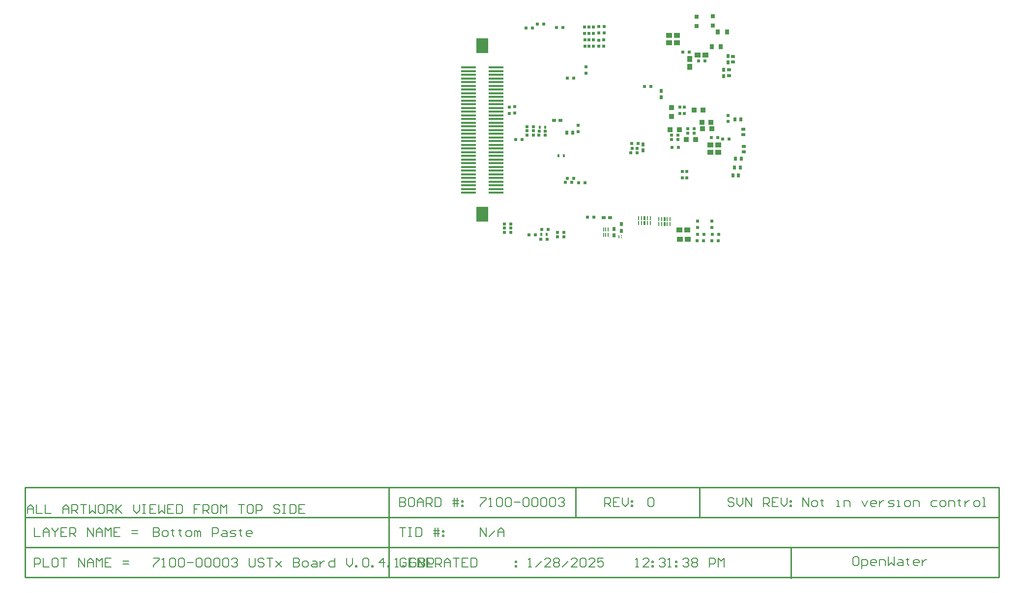
<source format=gbp>
G04*
G04 #@! TF.GenerationSoftware,Altium Limited,Altium Designer,24.3.1 (35)*
G04*
G04 Layer_Color=128*
%FSAX25Y25*%
%MOIN*%
G70*
G04*
G04 #@! TF.SameCoordinates,9BAF8AC8-72E2-4161-A934-73288D8D8D4B*
G04*
G04*
G04 #@! TF.FilePolarity,Positive*
G04*
G01*
G75*
%ADD11C,0.01000*%
%ADD20C,0.00800*%
%ADD32R,0.02000X0.02600*%
%ADD40R,0.02000X0.02400*%
%ADD43R,0.03600X0.03700*%
%ADD46R,0.02200X0.02000*%
%ADD49R,0.03740X0.04432*%
%ADD50R,0.04432X0.03740*%
%ADD51R,0.02400X0.02000*%
%ADD53R,0.02600X0.02000*%
%ADD56R,0.03700X0.03600*%
%ADD57R,0.01800X0.02200*%
%ADD58R,0.02283X0.02598*%
%ADD59R,0.02283X0.02598*%
%ADD60R,0.02200X0.02200*%
%ADD61R,0.03150X0.02975*%
%ADD102R,0.09843X0.01378*%
%ADD103R,0.07874X0.09843*%
%ADD104R,0.00800X0.02800*%
%ADD105R,0.01772X0.02800*%
%ADD106R,0.01063X0.00669*%
%ADD107R,0.00669X0.02047*%
%ADD108R,0.00800X0.03000*%
%ADD109R,0.03000X0.03200*%
%ADD110R,0.02598X0.02283*%
%ADD111R,0.02598X0.02283*%
%ADD112R,0.02200X0.02800*%
G54D11*
X0497200Y0080717D02*
Y0101050D01*
X0413200Y0080717D02*
Y0101050D01*
X0040000Y0080717D02*
X0700200D01*
X0040000Y0060383D02*
X0700000D01*
X0040000Y0040050D02*
X0440500D01*
X0040050Y0101050D02*
X0700200D01*
X0040050Y0040050D02*
Y0101050D01*
Y0040050D02*
X0197600D01*
X0040000D02*
Y0101050D01*
X0286500Y0040050D02*
Y0101050D01*
X0700200Y0040050D02*
Y0101050D01*
X0440500Y0040050D02*
X0700200D01*
X0559400Y0039400D02*
Y0059683D01*
G54D20*
X0126900Y0073549D02*
Y0067551D01*
X0129899D01*
X0130899Y0068550D01*
Y0069550D01*
X0129899Y0070550D01*
X0126900D01*
X0129899D01*
X0130899Y0071549D01*
Y0072549D01*
X0129899Y0073549D01*
X0126900D01*
X0133898Y0067551D02*
X0135897D01*
X0136897Y0068550D01*
Y0070550D01*
X0135897Y0071549D01*
X0133898D01*
X0132898Y0070550D01*
Y0068550D01*
X0133898Y0067551D01*
X0139896Y0072549D02*
Y0071549D01*
X0138896D01*
X0140895D01*
X0139896D01*
Y0068550D01*
X0140895Y0067551D01*
X0144894Y0072549D02*
Y0071549D01*
X0143895D01*
X0145894D01*
X0144894D01*
Y0068550D01*
X0145894Y0067551D01*
X0149893D02*
X0151892D01*
X0152892Y0068550D01*
Y0070550D01*
X0151892Y0071549D01*
X0149893D01*
X0148893Y0070550D01*
Y0068550D01*
X0149893Y0067551D01*
X0154891D02*
Y0071549D01*
X0155891D01*
X0156890Y0070550D01*
Y0067551D01*
Y0070550D01*
X0157890Y0071549D01*
X0158890Y0070550D01*
Y0067551D01*
X0166887D02*
Y0073549D01*
X0169886D01*
X0170886Y0072549D01*
Y0070550D01*
X0169886Y0069550D01*
X0166887D01*
X0173885Y0071549D02*
X0175884D01*
X0176884Y0070550D01*
Y0067551D01*
X0173885D01*
X0172885Y0068550D01*
X0173885Y0069550D01*
X0176884D01*
X0178883Y0067551D02*
X0181882D01*
X0182882Y0068550D01*
X0181882Y0069550D01*
X0179883D01*
X0178883Y0070550D01*
X0179883Y0071549D01*
X0182882D01*
X0185881Y0072549D02*
Y0071549D01*
X0184881D01*
X0186881D01*
X0185881D01*
Y0068550D01*
X0186881Y0067551D01*
X0192879D02*
X0190879D01*
X0189880Y0068550D01*
Y0070550D01*
X0190879Y0071549D01*
X0192879D01*
X0193878Y0070550D01*
Y0069550D01*
X0189880D01*
X0567400Y0087833D02*
Y0093831D01*
X0571399Y0087833D01*
Y0093831D01*
X0574398Y0087833D02*
X0576397D01*
X0577397Y0088833D01*
Y0090832D01*
X0576397Y0091832D01*
X0574398D01*
X0573398Y0090832D01*
Y0088833D01*
X0574398Y0087833D01*
X0580396Y0092832D02*
Y0091832D01*
X0579396D01*
X0581395D01*
X0580396D01*
Y0088833D01*
X0581395Y0087833D01*
X0590393D02*
X0592392D01*
X0591392D01*
Y0091832D01*
X0590393D01*
X0595391Y0087833D02*
Y0091832D01*
X0598390D01*
X0599390Y0090832D01*
Y0087833D01*
X0607387Y0091832D02*
X0609386Y0087833D01*
X0611386Y0091832D01*
X0616384Y0087833D02*
X0614385D01*
X0613385Y0088833D01*
Y0090832D01*
X0614385Y0091832D01*
X0616384D01*
X0617384Y0090832D01*
Y0089833D01*
X0613385D01*
X0619383Y0091832D02*
Y0087833D01*
Y0089833D01*
X0620383Y0090832D01*
X0621383Y0091832D01*
X0622382D01*
X0625381Y0087833D02*
X0628380D01*
X0629380Y0088833D01*
X0628380Y0089833D01*
X0626381D01*
X0625381Y0090832D01*
X0626381Y0091832D01*
X0629380D01*
X0631379Y0087833D02*
X0633379D01*
X0632379D01*
Y0091832D01*
X0631379D01*
X0637377Y0087833D02*
X0639377D01*
X0640376Y0088833D01*
Y0090832D01*
X0639377Y0091832D01*
X0637377D01*
X0636378Y0090832D01*
Y0088833D01*
X0637377Y0087833D01*
X0642376D02*
Y0091832D01*
X0645375D01*
X0646374Y0090832D01*
Y0087833D01*
X0658371Y0091832D02*
X0655372D01*
X0654372Y0090832D01*
Y0088833D01*
X0655372Y0087833D01*
X0658371D01*
X0661370D02*
X0663369D01*
X0664369Y0088833D01*
Y0090832D01*
X0663369Y0091832D01*
X0661370D01*
X0660370Y0090832D01*
Y0088833D01*
X0661370Y0087833D01*
X0666368D02*
Y0091832D01*
X0669367D01*
X0670367Y0090832D01*
Y0087833D01*
X0673366Y0092832D02*
Y0091832D01*
X0672366D01*
X0674365D01*
X0673366D01*
Y0088833D01*
X0674365Y0087833D01*
X0677364Y0091832D02*
Y0087833D01*
Y0089833D01*
X0678364Y0090832D01*
X0679364Y0091832D01*
X0680364D01*
X0684362Y0087833D02*
X0686362D01*
X0687361Y0088833D01*
Y0090832D01*
X0686362Y0091832D01*
X0684362D01*
X0683362Y0090832D01*
Y0088833D01*
X0684362Y0087833D01*
X0689361D02*
X0691360D01*
X0690360D01*
Y0093831D01*
X0689361D01*
X0520799Y0092832D02*
X0519799Y0093831D01*
X0517800D01*
X0516800Y0092832D01*
Y0091832D01*
X0517800Y0090832D01*
X0519799D01*
X0520799Y0089833D01*
Y0088833D01*
X0519799Y0087833D01*
X0517800D01*
X0516800Y0088833D01*
X0522798Y0093831D02*
Y0089833D01*
X0524797Y0087833D01*
X0526797Y0089833D01*
Y0093831D01*
X0528796Y0087833D02*
Y0093831D01*
X0532795Y0087833D01*
Y0093831D01*
X0540792Y0087833D02*
Y0093831D01*
X0543791D01*
X0544791Y0092832D01*
Y0090832D01*
X0543791Y0089833D01*
X0540792D01*
X0542792D02*
X0544791Y0087833D01*
X0550789Y0093831D02*
X0546790D01*
Y0087833D01*
X0550789D01*
X0546790Y0090832D02*
X0548790D01*
X0552788Y0093831D02*
Y0089833D01*
X0554788Y0087833D01*
X0556787Y0089833D01*
Y0093831D01*
X0558786Y0091832D02*
X0559786D01*
Y0090832D01*
X0558786D01*
Y0091832D01*
Y0088833D02*
X0559786D01*
Y0087833D01*
X0558786D01*
Y0088833D01*
X0433000Y0087833D02*
Y0093831D01*
X0435999D01*
X0436999Y0092832D01*
Y0090832D01*
X0435999Y0089833D01*
X0433000D01*
X0434999D02*
X0436999Y0087833D01*
X0442997Y0093831D02*
X0438998D01*
Y0087833D01*
X0442997D01*
X0438998Y0090832D02*
X0440997D01*
X0444996Y0093831D02*
Y0089833D01*
X0446995Y0087833D01*
X0448995Y0089833D01*
Y0093831D01*
X0450994Y0091832D02*
X0451994D01*
Y0090832D01*
X0450994D01*
Y0091832D01*
Y0088833D02*
X0451994D01*
Y0087833D01*
X0450994D01*
Y0088833D01*
X0126900Y0052965D02*
X0130899D01*
Y0051965D01*
X0126900Y0047966D01*
Y0046966D01*
X0132898D02*
X0134897D01*
X0133898D01*
Y0052965D01*
X0132898Y0051965D01*
X0137896D02*
X0138896Y0052965D01*
X0140895D01*
X0141895Y0051965D01*
Y0047966D01*
X0140895Y0046966D01*
X0138896D01*
X0137896Y0047966D01*
Y0051965D01*
X0143895D02*
X0144894Y0052965D01*
X0146894D01*
X0147893Y0051965D01*
Y0047966D01*
X0146894Y0046966D01*
X0144894D01*
X0143895Y0047966D01*
Y0051965D01*
X0149893Y0049966D02*
X0153891D01*
X0155891Y0051965D02*
X0156890Y0052965D01*
X0158890D01*
X0159889Y0051965D01*
Y0047966D01*
X0158890Y0046966D01*
X0156890D01*
X0155891Y0047966D01*
Y0051965D01*
X0161889D02*
X0162888Y0052965D01*
X0164888D01*
X0165887Y0051965D01*
Y0047966D01*
X0164888Y0046966D01*
X0162888D01*
X0161889Y0047966D01*
Y0051965D01*
X0167887D02*
X0168886Y0052965D01*
X0170886D01*
X0171885Y0051965D01*
Y0047966D01*
X0170886Y0046966D01*
X0168886D01*
X0167887Y0047966D01*
Y0051965D01*
X0173885D02*
X0174884Y0052965D01*
X0176884D01*
X0177884Y0051965D01*
Y0047966D01*
X0176884Y0046966D01*
X0174884D01*
X0173885Y0047966D01*
Y0051965D01*
X0179883D02*
X0180883Y0052965D01*
X0182882D01*
X0183882Y0051965D01*
Y0050965D01*
X0182882Y0049966D01*
X0181882D01*
X0182882D01*
X0183882Y0048966D01*
Y0047966D01*
X0182882Y0046966D01*
X0180883D01*
X0179883Y0047966D01*
X0191879Y0052965D02*
Y0047966D01*
X0192879Y0046966D01*
X0194878D01*
X0195878Y0047966D01*
Y0052965D01*
X0201876Y0051965D02*
X0200876Y0052965D01*
X0198877D01*
X0197877Y0051965D01*
Y0050965D01*
X0198877Y0049966D01*
X0200876D01*
X0201876Y0048966D01*
Y0047966D01*
X0200876Y0046966D01*
X0198877D01*
X0197877Y0047966D01*
X0203875Y0052965D02*
X0207874D01*
X0205874D01*
Y0046966D01*
X0209873Y0050965D02*
X0213872Y0046966D01*
X0211873Y0048966D01*
X0213872Y0050965D01*
X0209873Y0046966D01*
X0221869Y0052965D02*
Y0046966D01*
X0224868D01*
X0225868Y0047966D01*
Y0048966D01*
X0224868Y0049966D01*
X0221869D01*
X0224868D01*
X0225868Y0050965D01*
Y0051965D01*
X0224868Y0052965D01*
X0221869D01*
X0228867Y0046966D02*
X0230866D01*
X0231866Y0047966D01*
Y0049966D01*
X0230866Y0050965D01*
X0228867D01*
X0227867Y0049966D01*
Y0047966D01*
X0228867Y0046966D01*
X0234865Y0050965D02*
X0236864D01*
X0237864Y0049966D01*
Y0046966D01*
X0234865D01*
X0233865Y0047966D01*
X0234865Y0048966D01*
X0237864D01*
X0239863Y0050965D02*
Y0046966D01*
Y0048966D01*
X0240863Y0049966D01*
X0241863Y0050965D01*
X0242863D01*
X0249860Y0052965D02*
Y0046966D01*
X0246861D01*
X0245862Y0047966D01*
Y0049966D01*
X0246861Y0050965D01*
X0249860D01*
X0257858Y0052965D02*
Y0048966D01*
X0259857Y0046966D01*
X0261856Y0048966D01*
Y0052965D01*
X0263856Y0046966D02*
Y0047966D01*
X0264855D01*
Y0046966D01*
X0263856D01*
X0268854Y0051965D02*
X0269854Y0052965D01*
X0271853D01*
X0272853Y0051965D01*
Y0047966D01*
X0271853Y0046966D01*
X0269854D01*
X0268854Y0047966D01*
Y0051965D01*
X0274852Y0046966D02*
Y0047966D01*
X0275852D01*
Y0046966D01*
X0274852D01*
X0282850D02*
Y0052965D01*
X0279851Y0049966D01*
X0283849D01*
X0285849Y0046966D02*
Y0047966D01*
X0286848D01*
Y0046966D01*
X0285849D01*
X0290847D02*
X0292846D01*
X0291847D01*
Y0052965D01*
X0290847Y0051965D01*
X0295845Y0046966D02*
Y0047966D01*
X0296845D01*
Y0046966D01*
X0295845D01*
X0304842Y0051965D02*
X0303843Y0052965D01*
X0301843D01*
X0300844Y0051965D01*
Y0047966D01*
X0301843Y0046966D01*
X0303843D01*
X0304842Y0047966D01*
Y0049966D01*
X0302843D01*
X0306842Y0052965D02*
Y0046966D01*
X0309841D01*
X0310841Y0047966D01*
Y0048966D01*
X0309841Y0049966D01*
X0306842D01*
X0309841D01*
X0310841Y0050965D01*
Y0051965D01*
X0309841Y0052965D01*
X0306842D01*
X0312840Y0046966D02*
Y0052965D01*
X0315839D01*
X0316839Y0051965D01*
Y0049966D01*
X0315839Y0048966D01*
X0312840D01*
X0381150Y0046966D02*
X0383149D01*
X0382150D01*
Y0052965D01*
X0381150Y0051965D01*
X0386148Y0046966D02*
X0390147Y0050965D01*
X0396145Y0046966D02*
X0392146D01*
X0396145Y0050965D01*
Y0051965D01*
X0395146Y0052965D01*
X0393146D01*
X0392146Y0051965D01*
X0398145D02*
X0399144Y0052965D01*
X0401144D01*
X0402143Y0051965D01*
Y0050965D01*
X0401144Y0049966D01*
X0402143Y0048966D01*
Y0047966D01*
X0401144Y0046966D01*
X0399144D01*
X0398145Y0047966D01*
Y0048966D01*
X0399144Y0049966D01*
X0398145Y0050965D01*
Y0051965D01*
X0399144Y0049966D02*
X0401144D01*
X0404143Y0046966D02*
X0408141Y0050965D01*
X0414139Y0046966D02*
X0410141D01*
X0414139Y0050965D01*
Y0051965D01*
X0413140Y0052965D01*
X0411140D01*
X0410141Y0051965D01*
X0416139D02*
X0417138Y0052965D01*
X0419138D01*
X0420137Y0051965D01*
Y0047966D01*
X0419138Y0046966D01*
X0417138D01*
X0416139Y0047966D01*
Y0051965D01*
X0426135Y0046966D02*
X0422137D01*
X0426135Y0050965D01*
Y0051965D01*
X0425136Y0052965D01*
X0423136D01*
X0422137Y0051965D01*
X0432133Y0052965D02*
X0428135D01*
Y0049966D01*
X0430134Y0050965D01*
X0431134D01*
X0432133Y0049966D01*
Y0047966D01*
X0431134Y0046966D01*
X0429135D01*
X0428135Y0047966D01*
X0298199Y0051965D02*
X0297199Y0052965D01*
X0295200D01*
X0294200Y0051965D01*
Y0047966D01*
X0295200Y0046966D01*
X0297199D01*
X0298199Y0047966D01*
Y0049966D01*
X0296199D01*
X0304197Y0052965D02*
X0300198D01*
Y0046966D01*
X0304197D01*
X0300198Y0049966D02*
X0302197D01*
X0306196Y0046966D02*
Y0052965D01*
X0310195Y0046966D01*
Y0052965D01*
X0316193D02*
X0312194D01*
Y0046966D01*
X0316193D01*
X0312194Y0049966D02*
X0314194D01*
X0318192Y0046966D02*
Y0052965D01*
X0321191D01*
X0322191Y0051965D01*
Y0049966D01*
X0321191Y0048966D01*
X0318192D01*
X0320192D02*
X0322191Y0046966D01*
X0324190D02*
Y0050965D01*
X0326190Y0052965D01*
X0328189Y0050965D01*
Y0046966D01*
Y0049966D01*
X0324190D01*
X0330188Y0052965D02*
X0334187D01*
X0332188D01*
Y0046966D01*
X0340185Y0052965D02*
X0336186D01*
Y0046966D01*
X0340185D01*
X0336186Y0049966D02*
X0338186D01*
X0342184Y0052965D02*
Y0046966D01*
X0345183D01*
X0346183Y0047966D01*
Y0051965D01*
X0345183Y0052965D01*
X0342184D01*
X0372175Y0050965D02*
X0373175D01*
Y0049966D01*
X0372175D01*
Y0050965D01*
Y0047966D02*
X0373175D01*
Y0046966D01*
X0372175D01*
Y0047966D01*
X0041778Y0083375D02*
Y0087374D01*
X0043777Y0089373D01*
X0045777Y0087374D01*
Y0083375D01*
Y0086374D01*
X0041778D01*
X0047776Y0089373D02*
Y0083375D01*
X0051775D01*
X0053774Y0089373D02*
Y0083375D01*
X0057773D01*
X0065770D02*
Y0087374D01*
X0067769Y0089373D01*
X0069769Y0087374D01*
Y0083375D01*
Y0086374D01*
X0065770D01*
X0071768Y0083375D02*
Y0089373D01*
X0074767D01*
X0075767Y0088373D01*
Y0086374D01*
X0074767Y0085374D01*
X0071768D01*
X0073768D02*
X0075767Y0083375D01*
X0077766Y0089373D02*
X0081765D01*
X0079766D01*
Y0083375D01*
X0083764Y0089373D02*
Y0083375D01*
X0085764Y0085374D01*
X0087763Y0083375D01*
Y0089373D01*
X0092761D02*
X0090762D01*
X0089762Y0088373D01*
Y0084374D01*
X0090762Y0083375D01*
X0092761D01*
X0093761Y0084374D01*
Y0088373D01*
X0092761Y0089373D01*
X0095760Y0083375D02*
Y0089373D01*
X0098759D01*
X0099759Y0088373D01*
Y0086374D01*
X0098759Y0085374D01*
X0095760D01*
X0097760D02*
X0099759Y0083375D01*
X0101759Y0089373D02*
Y0083375D01*
Y0085374D01*
X0105757Y0089373D01*
X0102758Y0086374D01*
X0105757Y0083375D01*
X0113755Y0089373D02*
Y0085374D01*
X0115754Y0083375D01*
X0117753Y0085374D01*
Y0089373D01*
X0119753D02*
X0121752D01*
X0120752D01*
Y0083375D01*
X0119753D01*
X0121752D01*
X0128750Y0089373D02*
X0124751D01*
Y0083375D01*
X0128750D01*
X0124751Y0086374D02*
X0126750D01*
X0130749Y0089373D02*
Y0083375D01*
X0132748Y0085374D01*
X0134748Y0083375D01*
Y0089373D01*
X0140746D02*
X0136747D01*
Y0083375D01*
X0140746D01*
X0136747Y0086374D02*
X0138747D01*
X0142745Y0089373D02*
Y0083375D01*
X0145744D01*
X0146744Y0084374D01*
Y0088373D01*
X0145744Y0089373D01*
X0142745D01*
X0158740D02*
X0154741D01*
Y0086374D01*
X0156741D01*
X0154741D01*
Y0083375D01*
X0160739D02*
Y0089373D01*
X0163738D01*
X0164738Y0088373D01*
Y0086374D01*
X0163738Y0085374D01*
X0160739D01*
X0162739D02*
X0164738Y0083375D01*
X0169737Y0089373D02*
X0167737D01*
X0166737Y0088373D01*
Y0084374D01*
X0167737Y0083375D01*
X0169737D01*
X0170736Y0084374D01*
Y0088373D01*
X0169737Y0089373D01*
X0172736Y0083375D02*
Y0089373D01*
X0174735Y0087374D01*
X0176734Y0089373D01*
Y0083375D01*
X0184732Y0089373D02*
X0188730D01*
X0186731D01*
Y0083375D01*
X0193729Y0089373D02*
X0191729D01*
X0190730Y0088373D01*
Y0084374D01*
X0191729Y0083375D01*
X0193729D01*
X0194728Y0084374D01*
Y0088373D01*
X0193729Y0089373D01*
X0196728Y0083375D02*
Y0089373D01*
X0199727D01*
X0200727Y0088373D01*
Y0086374D01*
X0199727Y0085374D01*
X0196728D01*
X0212723Y0088373D02*
X0211723Y0089373D01*
X0209723D01*
X0208724Y0088373D01*
Y0087374D01*
X0209723Y0086374D01*
X0211723D01*
X0212723Y0085374D01*
Y0084374D01*
X0211723Y0083375D01*
X0209723D01*
X0208724Y0084374D01*
X0214722Y0089373D02*
X0216721D01*
X0215722D01*
Y0083375D01*
X0214722D01*
X0216721D01*
X0219720Y0089373D02*
Y0083375D01*
X0222719D01*
X0223719Y0084374D01*
Y0088373D01*
X0222719Y0089373D01*
X0219720D01*
X0229717D02*
X0225718D01*
Y0083375D01*
X0229717D01*
X0225718Y0086374D02*
X0227718D01*
X0462150Y0092832D02*
X0463150Y0093831D01*
X0465149D01*
X0466149Y0092832D01*
Y0088833D01*
X0465149Y0087833D01*
X0463150D01*
X0462150Y0088833D01*
Y0092832D01*
X0348550Y0093831D02*
X0352549D01*
Y0092832D01*
X0348550Y0088833D01*
Y0087833D01*
X0354548D02*
X0356547D01*
X0355548D01*
Y0093831D01*
X0354548Y0092832D01*
X0359546D02*
X0360546Y0093831D01*
X0362545D01*
X0363545Y0092832D01*
Y0088833D01*
X0362545Y0087833D01*
X0360546D01*
X0359546Y0088833D01*
Y0092832D01*
X0365545D02*
X0366544Y0093831D01*
X0368544D01*
X0369543Y0092832D01*
Y0088833D01*
X0368544Y0087833D01*
X0366544D01*
X0365545Y0088833D01*
Y0092832D01*
X0371543Y0090832D02*
X0375541D01*
X0377541Y0092832D02*
X0378540Y0093831D01*
X0380540D01*
X0381539Y0092832D01*
Y0088833D01*
X0380540Y0087833D01*
X0378540D01*
X0377541Y0088833D01*
Y0092832D01*
X0383539D02*
X0384538Y0093831D01*
X0386538D01*
X0387537Y0092832D01*
Y0088833D01*
X0386538Y0087833D01*
X0384538D01*
X0383539Y0088833D01*
Y0092832D01*
X0389537D02*
X0390536Y0093831D01*
X0392536D01*
X0393535Y0092832D01*
Y0088833D01*
X0392536Y0087833D01*
X0390536D01*
X0389537Y0088833D01*
Y0092832D01*
X0395535D02*
X0396534Y0093831D01*
X0398534D01*
X0399534Y0092832D01*
Y0088833D01*
X0398534Y0087833D01*
X0396534D01*
X0395535Y0088833D01*
Y0092832D01*
X0401533D02*
X0402532Y0093831D01*
X0404532D01*
X0405532Y0092832D01*
Y0091832D01*
X0404532Y0090832D01*
X0403532D01*
X0404532D01*
X0405532Y0089833D01*
Y0088833D01*
X0404532Y0087833D01*
X0402532D01*
X0401533Y0088833D01*
X0294000Y0093831D02*
Y0087833D01*
X0296999D01*
X0297999Y0088833D01*
Y0089833D01*
X0296999Y0090832D01*
X0294000D01*
X0296999D01*
X0297999Y0091832D01*
Y0092832D01*
X0296999Y0093831D01*
X0294000D01*
X0302997D02*
X0300998D01*
X0299998Y0092832D01*
Y0088833D01*
X0300998Y0087833D01*
X0302997D01*
X0303997Y0088833D01*
Y0092832D01*
X0302997Y0093831D01*
X0305996Y0087833D02*
Y0091832D01*
X0307996Y0093831D01*
X0309995Y0091832D01*
Y0087833D01*
Y0090832D01*
X0305996D01*
X0311994Y0087833D02*
Y0093831D01*
X0314993D01*
X0315993Y0092832D01*
Y0090832D01*
X0314993Y0089833D01*
X0311994D01*
X0313994D02*
X0315993Y0087833D01*
X0317992Y0093831D02*
Y0087833D01*
X0320991D01*
X0321991Y0088833D01*
Y0092832D01*
X0320991Y0093831D01*
X0317992D01*
X0330988Y0087833D02*
Y0093831D01*
X0332987D02*
Y0087833D01*
X0329988Y0091832D02*
X0332987D01*
X0333987D01*
X0329988Y0089833D02*
X0333987D01*
X0335986Y0091832D02*
X0336986D01*
Y0090832D01*
X0335986D01*
Y0091832D01*
Y0088833D02*
X0336986D01*
Y0087833D01*
X0335986D01*
Y0088833D01*
X0046350Y0073549D02*
Y0067551D01*
X0050349D01*
X0052348D02*
Y0071549D01*
X0054347Y0073549D01*
X0056347Y0071549D01*
Y0067551D01*
Y0070550D01*
X0052348D01*
X0058346Y0073549D02*
Y0072549D01*
X0060346Y0070550D01*
X0062345Y0072549D01*
Y0073549D01*
X0060346Y0070550D02*
Y0067551D01*
X0068343Y0073549D02*
X0064344D01*
Y0067551D01*
X0068343D01*
X0064344Y0070550D02*
X0066343D01*
X0070342Y0067551D02*
Y0073549D01*
X0073341D01*
X0074341Y0072549D01*
Y0070550D01*
X0073341Y0069550D01*
X0070342D01*
X0072342D02*
X0074341Y0067551D01*
X0082338D02*
Y0073549D01*
X0086337Y0067551D01*
Y0073549D01*
X0088336Y0067551D02*
Y0071549D01*
X0090336Y0073549D01*
X0092335Y0071549D01*
Y0067551D01*
Y0070550D01*
X0088336D01*
X0094335Y0067551D02*
Y0073549D01*
X0096334Y0071549D01*
X0098333Y0073549D01*
Y0067551D01*
X0104331Y0073549D02*
X0100332D01*
Y0067551D01*
X0104331D01*
X0100332Y0070550D02*
X0102332D01*
X0112329Y0069550D02*
X0116327D01*
X0112329Y0071549D02*
X0116327D01*
X0046350Y0046966D02*
Y0052965D01*
X0049349D01*
X0050349Y0051965D01*
Y0049966D01*
X0049349Y0048966D01*
X0046350D01*
X0052348Y0052965D02*
Y0046966D01*
X0056347D01*
X0061345Y0052965D02*
X0059346D01*
X0058346Y0051965D01*
Y0047966D01*
X0059346Y0046966D01*
X0061345D01*
X0062345Y0047966D01*
Y0051965D01*
X0061345Y0052965D01*
X0064344D02*
X0068343D01*
X0066343D01*
Y0046966D01*
X0076340D02*
Y0052965D01*
X0080339Y0046966D01*
Y0052965D01*
X0082338Y0046966D02*
Y0050965D01*
X0084338Y0052965D01*
X0086337Y0050965D01*
Y0046966D01*
Y0049966D01*
X0082338D01*
X0088336Y0046966D02*
Y0052965D01*
X0090336Y0050965D01*
X0092335Y0052965D01*
Y0046966D01*
X0098333Y0052965D02*
X0094335D01*
Y0046966D01*
X0098333D01*
X0094335Y0049966D02*
X0096334D01*
X0106331Y0048966D02*
X0110329D01*
X0106331Y0050965D02*
X0110329D01*
X0454050Y0046966D02*
X0456049D01*
X0455050D01*
Y0052965D01*
X0454050Y0051965D01*
X0463047Y0046966D02*
X0459048D01*
X0463047Y0050965D01*
Y0051965D01*
X0462047Y0052965D01*
X0460048D01*
X0459048Y0051965D01*
X0465046Y0050965D02*
X0466046D01*
Y0049966D01*
X0465046D01*
Y0050965D01*
Y0047966D02*
X0466046D01*
Y0046966D01*
X0465046D01*
Y0047966D01*
X0470045Y0051965D02*
X0471044Y0052965D01*
X0473044D01*
X0474044Y0051965D01*
Y0050965D01*
X0473044Y0049966D01*
X0472044D01*
X0473044D01*
X0474044Y0048966D01*
Y0047966D01*
X0473044Y0046966D01*
X0471044D01*
X0470045Y0047966D01*
X0476043Y0046966D02*
X0478042D01*
X0477043D01*
Y0052965D01*
X0476043Y0051965D01*
X0481041Y0050965D02*
X0482041D01*
Y0049966D01*
X0481041D01*
Y0050965D01*
Y0047966D02*
X0482041D01*
Y0046966D01*
X0481041D01*
Y0047966D01*
X0486040Y0051965D02*
X0487039Y0052965D01*
X0489039D01*
X0490038Y0051965D01*
Y0050965D01*
X0489039Y0049966D01*
X0488039D01*
X0489039D01*
X0490038Y0048966D01*
Y0047966D01*
X0489039Y0046966D01*
X0487039D01*
X0486040Y0047966D01*
X0492038Y0051965D02*
X0493037Y0052965D01*
X0495037D01*
X0496036Y0051965D01*
Y0050965D01*
X0495037Y0049966D01*
X0496036Y0048966D01*
Y0047966D01*
X0495037Y0046966D01*
X0493037D01*
X0492038Y0047966D01*
Y0048966D01*
X0493037Y0049966D01*
X0492038Y0050965D01*
Y0051965D01*
X0493037Y0049966D02*
X0495037D01*
X0504034Y0046966D02*
Y0052965D01*
X0507033D01*
X0508033Y0051965D01*
Y0049966D01*
X0507033Y0048966D01*
X0504034D01*
X0510032Y0046966D02*
Y0052965D01*
X0512031Y0050965D01*
X0514031Y0052965D01*
Y0046966D01*
X0604409Y0053922D02*
X0602409D01*
X0601409Y0052922D01*
Y0048923D01*
X0602409Y0047924D01*
X0604409D01*
X0605408Y0048923D01*
Y0052922D01*
X0604409Y0053922D01*
X0607408Y0045924D02*
Y0051922D01*
X0610407D01*
X0611406Y0050923D01*
Y0048923D01*
X0610407Y0047924D01*
X0607408D01*
X0616405D02*
X0614405D01*
X0613406Y0048923D01*
Y0050923D01*
X0614405Y0051922D01*
X0616405D01*
X0617404Y0050923D01*
Y0049923D01*
X0613406D01*
X0619404Y0047924D02*
Y0051922D01*
X0622403D01*
X0623402Y0050923D01*
Y0047924D01*
X0625402Y0053922D02*
Y0047924D01*
X0627401Y0049923D01*
X0629400Y0047924D01*
Y0053922D01*
X0632400Y0051922D02*
X0634399D01*
X0635398Y0050923D01*
Y0047924D01*
X0632400D01*
X0631400Y0048923D01*
X0632400Y0049923D01*
X0635398D01*
X0638398Y0052922D02*
Y0051922D01*
X0637398D01*
X0639397D01*
X0638398D01*
Y0048923D01*
X0639397Y0047924D01*
X0645395D02*
X0643396D01*
X0642396Y0048923D01*
Y0050923D01*
X0643396Y0051922D01*
X0645395D01*
X0646395Y0050923D01*
Y0049923D01*
X0642396D01*
X0648394Y0051922D02*
Y0047924D01*
Y0049923D01*
X0649394Y0050923D01*
X0650394Y0051922D01*
X0651393D01*
X0294000Y0073498D02*
X0297999D01*
X0295999D01*
Y0067500D01*
X0299998Y0073498D02*
X0301997D01*
X0300998D01*
Y0067500D01*
X0299998D01*
X0301997D01*
X0304996Y0073498D02*
Y0067500D01*
X0307996D01*
X0308995Y0068500D01*
Y0072498D01*
X0307996Y0073498D01*
X0304996D01*
X0317992Y0067500D02*
Y0073498D01*
X0319992D02*
Y0067500D01*
X0316993Y0071499D02*
X0319992D01*
X0320991D01*
X0316993Y0069499D02*
X0320991D01*
X0322991Y0071499D02*
X0323990D01*
Y0070499D01*
X0322991D01*
Y0071499D01*
Y0068500D02*
X0323990D01*
Y0067500D01*
X0322991D01*
Y0068500D01*
X0348550Y0067500D02*
Y0073498D01*
X0352549Y0067500D01*
Y0073498D01*
X0354548Y0067500D02*
X0358547Y0071499D01*
X0360546Y0067500D02*
Y0071499D01*
X0362545Y0073498D01*
X0364545Y0071499D01*
Y0067500D01*
Y0070499D01*
X0360546D01*
G54D32*
X0471438Y0365544D02*
D03*
Y0369944D02*
D03*
X0513715Y0379936D02*
D03*
Y0384336D02*
D03*
X0516529Y0389265D02*
D03*
Y0393665D02*
D03*
X0439389Y0276459D02*
D03*
Y0272059D02*
D03*
X0444314Y0279515D02*
D03*
Y0275115D02*
D03*
G54D40*
X0488501Y0310993D02*
D03*
Y0315293D02*
D03*
X0485736Y0315185D02*
D03*
Y0310885D02*
D03*
X0425445Y0413362D02*
D03*
Y0409062D02*
D03*
X0422261Y0413433D02*
D03*
Y0409132D02*
D03*
X0428843Y0413561D02*
D03*
Y0409261D02*
D03*
X0419364Y0413436D02*
D03*
Y0409136D02*
D03*
X0432552Y0413713D02*
D03*
Y0409413D02*
D03*
X0425425Y0400364D02*
D03*
Y0404664D02*
D03*
X0428826Y0400181D02*
D03*
Y0404481D02*
D03*
X0422340Y0400331D02*
D03*
Y0404631D02*
D03*
X0432278Y0400247D02*
D03*
Y0404548D02*
D03*
X0419486Y0400359D02*
D03*
Y0404659D02*
D03*
X0420147Y0382136D02*
D03*
Y0386436D02*
D03*
X0371923Y0359152D02*
D03*
Y0354852D02*
D03*
X0368432Y0359088D02*
D03*
Y0354788D02*
D03*
X0415045Y0346598D02*
D03*
Y0342298D02*
D03*
X0483804Y0354682D02*
D03*
Y0358982D02*
D03*
X0486966Y0354707D02*
D03*
Y0359007D02*
D03*
X0495864Y0277315D02*
D03*
Y0281615D02*
D03*
X0505745Y0277224D02*
D03*
Y0281524D02*
D03*
G54D43*
X0494498Y0337145D02*
D03*
X0488398D02*
D03*
X0493501Y0356947D02*
D03*
X0499601D02*
D03*
X0499020Y0348794D02*
D03*
X0505121D02*
D03*
X0505522Y0344172D02*
D03*
X0499423D02*
D03*
X0477430Y0343777D02*
D03*
X0483530D02*
D03*
G54D46*
X0516505Y0349350D02*
D03*
Y0353350D02*
D03*
G54D49*
X0490559Y0386390D02*
D03*
Y0391727D02*
D03*
G54D50*
X0482022Y0402635D02*
D03*
X0476685D02*
D03*
X0509888Y0333191D02*
D03*
X0504551D02*
D03*
X0509888Y0328258D02*
D03*
X0504551D02*
D03*
X0483721Y0275661D02*
D03*
X0489058D02*
D03*
X0483894Y0269458D02*
D03*
X0489231D02*
D03*
X0501173Y0394264D02*
D03*
X0495836D02*
D03*
X0476685Y0407549D02*
D03*
X0482022D02*
D03*
G54D51*
X0513092Y0337252D02*
D03*
X0517392D02*
D03*
X0509535Y0338292D02*
D03*
X0505234D02*
D03*
X0459887Y0373075D02*
D03*
X0464187D02*
D03*
X0490378Y0396354D02*
D03*
X0486078D02*
D03*
X0392757Y0339821D02*
D03*
X0388457D02*
D03*
X0387277Y0415281D02*
D03*
X0391577D02*
D03*
X0392773Y0342541D02*
D03*
X0388473D02*
D03*
X0380357Y0345507D02*
D03*
X0384657D02*
D03*
X0383909Y0412487D02*
D03*
X0379609D02*
D03*
X0376938Y0336923D02*
D03*
X0372638D02*
D03*
X0406423Y0307829D02*
D03*
X0410723D02*
D03*
X0407588Y0378683D02*
D03*
X0411888D02*
D03*
X0419718Y0307675D02*
D03*
X0415418D02*
D03*
X0389563Y0269373D02*
D03*
X0393864D02*
D03*
X0390210Y0276025D02*
D03*
X0394510D02*
D03*
X0385852Y0272452D02*
D03*
X0381552D02*
D03*
X0380332Y0342837D02*
D03*
X0384632D02*
D03*
X0380266Y0340085D02*
D03*
X0384566D02*
D03*
X0369320Y0276863D02*
D03*
X0365019D02*
D03*
X0369261Y0274095D02*
D03*
X0364961D02*
D03*
X0369332Y0279721D02*
D03*
X0365032D02*
D03*
X0400865Y0274042D02*
D03*
X0405164D02*
D03*
X0407673Y0310553D02*
D03*
X0411973D02*
D03*
X0496787Y0390409D02*
D03*
X0501087D02*
D03*
X0489225Y0341283D02*
D03*
X0493525D02*
D03*
X0489225Y0344289D02*
D03*
X0493525D02*
D03*
X0455565Y0334259D02*
D03*
X0451265D02*
D03*
X0425730Y0284323D02*
D03*
X0421429D02*
D03*
X0482555Y0339961D02*
D03*
X0478255D02*
D03*
X0482585Y0337117D02*
D03*
X0478285D02*
D03*
X0478651Y0331496D02*
D03*
X0482951D02*
D03*
X0454959Y0328107D02*
D03*
X0450659D02*
D03*
X0495841Y0272768D02*
D03*
X0500141D02*
D03*
X0495697Y0268204D02*
D03*
X0499997D02*
D03*
X0509906D02*
D03*
X0505606D02*
D03*
X0505885Y0272717D02*
D03*
X0510184D02*
D03*
X0400904Y0270887D02*
D03*
X0405203D02*
D03*
X0404599Y0412910D02*
D03*
X0400299D02*
D03*
G54D53*
X0402953Y0349851D02*
D03*
X0398553D02*
D03*
X0432260Y0284033D02*
D03*
X0436660D02*
D03*
G54D56*
X0478170Y0358782D02*
D03*
Y0352682D02*
D03*
G54D57*
X0405408Y0326040D02*
D03*
X0401708D02*
D03*
X0390070Y0272572D02*
D03*
X0393770D02*
D03*
X0392654Y0345425D02*
D03*
X0388955D02*
D03*
G54D58*
X0521374Y0350532D02*
D03*
X0521739Y0323947D02*
D03*
X0411146Y0341687D02*
D03*
X0521089Y0317941D02*
D03*
X0523668Y0312727D02*
D03*
G54D59*
X0525232Y0350532D02*
D03*
X0525597Y0323947D02*
D03*
X0407287Y0341687D02*
D03*
X0524947Y0317941D02*
D03*
X0519810Y0312727D02*
D03*
G54D60*
X0454971Y0330955D02*
D03*
X0451471D02*
D03*
G54D61*
X0495433Y0420270D02*
D03*
Y0414145D02*
D03*
X0506179Y0414469D02*
D03*
Y0420594D02*
D03*
G54D102*
X0340758Y0300923D02*
D03*
Y0303423D02*
D03*
Y0305923D02*
D03*
Y0308423D02*
D03*
Y0310923D02*
D03*
Y0313423D02*
D03*
Y0315923D02*
D03*
Y0318423D02*
D03*
Y0320923D02*
D03*
Y0323423D02*
D03*
Y0325923D02*
D03*
Y0328423D02*
D03*
Y0330923D02*
D03*
Y0333423D02*
D03*
Y0335923D02*
D03*
Y0338423D02*
D03*
Y0340923D02*
D03*
Y0343423D02*
D03*
Y0345923D02*
D03*
Y0348423D02*
D03*
Y0350923D02*
D03*
Y0353423D02*
D03*
Y0355923D02*
D03*
Y0358423D02*
D03*
Y0360923D02*
D03*
Y0363423D02*
D03*
Y0365923D02*
D03*
Y0368423D02*
D03*
Y0370923D02*
D03*
Y0373423D02*
D03*
Y0375923D02*
D03*
Y0378423D02*
D03*
Y0380923D02*
D03*
Y0383423D02*
D03*
Y0385923D02*
D03*
X0359261Y0300923D02*
D03*
Y0303423D02*
D03*
Y0305923D02*
D03*
Y0308423D02*
D03*
Y0310923D02*
D03*
Y0313423D02*
D03*
Y0315923D02*
D03*
Y0318423D02*
D03*
Y0320923D02*
D03*
Y0323423D02*
D03*
Y0325923D02*
D03*
Y0328423D02*
D03*
Y0330923D02*
D03*
Y0333423D02*
D03*
Y0335923D02*
D03*
Y0338423D02*
D03*
Y0340923D02*
D03*
Y0343423D02*
D03*
Y0345923D02*
D03*
Y0348423D02*
D03*
Y0350923D02*
D03*
Y0353423D02*
D03*
Y0355923D02*
D03*
Y0358423D02*
D03*
Y0360923D02*
D03*
Y0363423D02*
D03*
Y0365923D02*
D03*
Y0368423D02*
D03*
Y0370923D02*
D03*
Y0373423D02*
D03*
Y0375923D02*
D03*
Y0378423D02*
D03*
Y0380923D02*
D03*
Y0383423D02*
D03*
Y0385923D02*
D03*
G54D103*
X0350010Y0286337D02*
D03*
Y0400510D02*
D03*
G54D104*
X0455990Y0283788D02*
D03*
X0457959D02*
D03*
X0461896D02*
D03*
X0463864D02*
D03*
Y0280288D02*
D03*
X0461896D02*
D03*
X0457959D02*
D03*
X0455990D02*
D03*
X0469545Y0279528D02*
D03*
X0471514D02*
D03*
X0475451D02*
D03*
X0477419D02*
D03*
Y0283028D02*
D03*
X0475451D02*
D03*
X0471514D02*
D03*
X0469545D02*
D03*
G54D105*
X0459927Y0283788D02*
D03*
Y0280288D02*
D03*
X0473482Y0279528D02*
D03*
Y0283028D02*
D03*
G54D106*
X0444267Y0271768D02*
D03*
Y0270391D02*
D03*
G54D107*
X0442693Y0271079D02*
D03*
G54D108*
X0435189Y0272237D02*
D03*
X0433789D02*
D03*
X0432389D02*
D03*
Y0275837D02*
D03*
X0433789D02*
D03*
X0435189D02*
D03*
G54D109*
X0511800Y0399843D02*
D03*
X0505700D02*
D03*
X0515821Y0410059D02*
D03*
X0509721D02*
D03*
G54D110*
X0527384Y0332474D02*
D03*
X0517455Y0380347D02*
D03*
X0520114Y0389536D02*
D03*
X0526951Y0340177D02*
D03*
G54D111*
X0527384Y0328616D02*
D03*
X0517455Y0384205D02*
D03*
X0520114Y0393394D02*
D03*
X0526951Y0344035D02*
D03*
G54D112*
X0458808Y0329645D02*
D03*
Y0333745D02*
D03*
M02*

</source>
